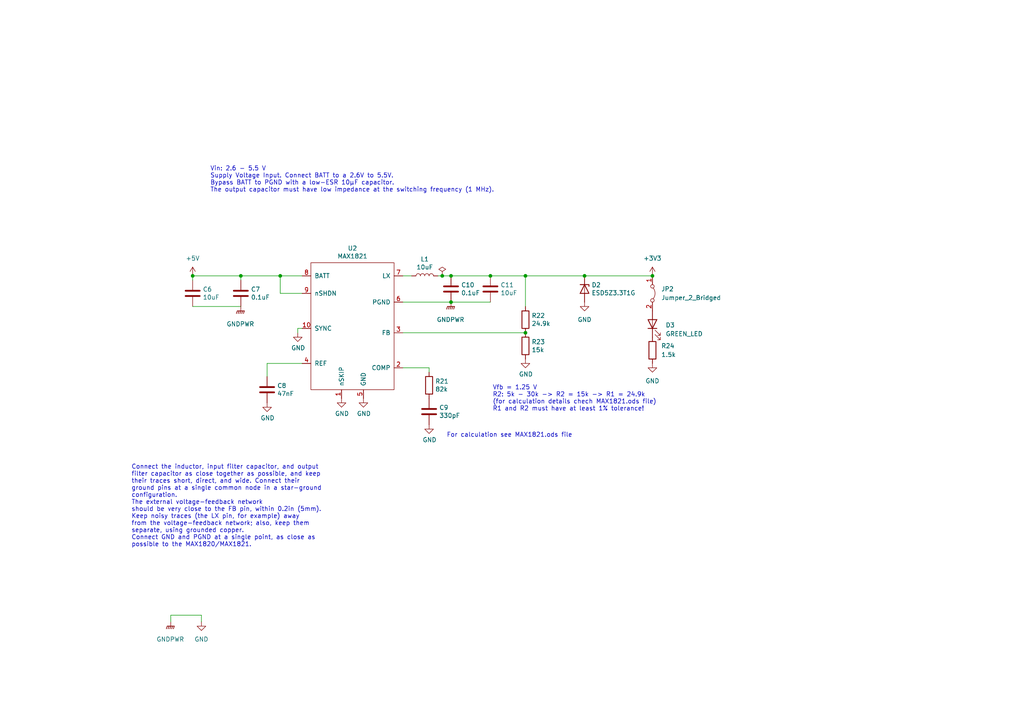
<source format=kicad_sch>
(kicad_sch (version 20211123) (generator eeschema)
  (paper "A4")
  (title_block (title "Power supply") (date "2022/01/18") (rev "v0.1") (company "Bzgec"))
  (lib_symbols
    (symbol "Device:C" (pin_numbers hide) (pin_names (offset 0.254))
      (property "Reference" "C" (at 0.635 2.54 0))
      (property "Value" "C" (at 0.635 -2.54 0))
      (symbol "C_0_1"
        (polyline (pts (xy -2.032 -0.762) (xy 2.032 -0.762)) (stroke (width 0.508)))
        (polyline (pts (xy -2.032 0.762) (xy 2.032 0.762)) (stroke (width 0.508)))
      )
      (symbol "C_1_1"
        (pin passive line (at 0 3.81 270) (length 2.794) (name "~") (number "1"))
        (pin passive line (at 0 -3.81 90) (length 2.794) (name "~") (number "2"))
      )
    )
    (symbol "Device:D_Zener" (pin_numbers hide) (pin_names (offset 1.016) hide)
      (property "Reference" "D" (at 0 2.54 0))
      (property "Value" "D_Zener" (at 0 -2.54 0))
      (symbol "D_Zener_0_1"
        (polyline (pts (xy 1.27 0) (xy -1.27 0)))
        (polyline (pts (xy -1.27 -1.27) (xy -1.27 1.27) (xy -0.762 1.27)) (stroke (width 0.254)))
        (polyline (pts (xy 1.27 -1.27) (xy 1.27 1.27) (xy -1.27 0) (xy 1.27 -1.27)) (stroke (width 0.254)))
      )
      (symbol "D_Zener_1_1"
        (pin passive line (at -3.81 0 0) (length 2.54) (name "K") (number "1"))
        (pin passive line (at 3.81 0 180) (length 2.54) (name "A") (number "2"))
      )
    )
    (symbol "Device:L" (pin_numbers hide) (pin_names (offset 1.016) hide)
      (property "Reference" "L" (at -1.27 0 90))
      (property "Value" "L" (at 1.905 0 90))
      (symbol "L_0_1"
        (arc (start 0 -2.54) (mid 0.635 -1.905) (end 0 -1.27))
        (arc (start 0 -1.27) (mid 0.635 -0.635) (end 0 0))
        (arc (start 0 0) (mid 0.635 0.635) (end 0 1.27))
        (arc (start 0 1.27) (mid 0.635 1.905) (end 0 2.54))
      )
      (symbol "L_1_1"
        (pin passive line (at 0 3.81 270) (length 1.27) (name "1") (number "1"))
        (pin passive line (at 0 -3.81 90) (length 1.27) (name "2") (number "2"))
      )
    )
    (symbol "Device:LED" (pin_numbers hide) (pin_names (offset 1.016) hide)
      (property "Reference" "D" (at 0 2.54 0))
      (property "Value" "LED" (at 0 -2.54 0))
      (symbol "LED_0_1"
        (polyline (pts (xy -1.27 -1.27) (xy -1.27 1.27)) (stroke (width 0.254)))
        (polyline (pts (xy -1.27 0) (xy 1.27 0)))
        (polyline (pts (xy 1.27 -1.27) (xy 1.27 1.27) (xy -1.27 0) (xy 1.27 -1.27)) (stroke (width 0.254)))
        (polyline (pts (xy -3.048 -0.762) (xy -4.572 -2.286) (xy -3.81 -2.286) (xy -4.572 -2.286) (xy -4.572 -1.524)))
        (polyline (pts (xy -1.778 -0.762) (xy -3.302 -2.286) (xy -2.54 -2.286) (xy -3.302 -2.286) (xy -3.302 -1.524)))
      )
      (symbol "LED_1_1"
        (pin passive line (at -3.81 0 0) (length 2.54) (name "K") (number "1"))
        (pin passive line (at 3.81 0 180) (length 2.54) (name "A") (number "2"))
      )
    )
    (symbol "Device:R" (pin_numbers hide) (pin_names (offset 0))
      (property "Reference" "R" (at 2.032 0 90))
      (property "Value" "R" (at 0 0 90))
      (symbol "R_0_1"
        (rectangle (start -1.016 -2.54) (end 1.016 2.54) (stroke (width 0.254)))
      )
      (symbol "R_1_1"
        (pin passive line (at 0 3.81 270) (length 1.27) (name "~") (number "1"))
        (pin passive line (at 0 -3.81 90) (length 1.27) (name "~") (number "2"))
      )
    )
    (symbol "Jumper:Jumper_2_Bridged" (pin_names (offset 0) hide)
      (property "Reference" "JP" (at 0 1.905 0))
      (property "Value" "Jumper_2_Bridged" (at 0 -2.54 0))
      (symbol "Jumper_2_Bridged_0_0"
        (circle (center -2.032 0) (radius 0.508))
        (circle (center 2.032 0) (radius 0.508))
      )
      (symbol "Jumper_2_Bridged_0_1"
        (arc (start 1.524 0.254) (mid 0 0.762) (end -1.524 0.254))
      )
      (symbol "Jumper_2_Bridged_1_1"
        (pin passive line (at -5.08 0 0) (length 2.54) (name "A") (number "1"))
        (pin passive line (at 5.08 0 180) (length 2.54) (name "B") (number "2"))
      )
    )
    (symbol "myLib:MAX1821" (pin_names (offset 1.016))
      (property "Reference" "U" (at -5.08 24.13 0))
      (property "Value" "MAX1821" (at -13.97 24.13 0))
      (symbol "MAX1821_0_0"
        (pin input line (at -2.54 -27.94 90) (length 2.54) (name "nSKIP") (number "1"))
        (pin input line (at -13.97 -7.62 0) (length 2.54) (name "SYNC") (number "10"))
        (pin passive line (at 15.24 -19.05 180) (length 2.54) (name "COMP") (number "2"))
        (pin input line (at 15.24 -8.89 180) (length 2.54) (name "FB") (number "3"))
        (pin passive line (at -13.97 -17.78 0) (length 2.54) (name "REF") (number "4"))
        (pin input line (at 3.81 -27.94 90) (length 2.54) (name "GND") (number "5"))
        (pin power_in line (at 15.24 0 180) (length 2.54) (name "PGND") (number "6"))
        (pin power_out line (at 15.24 7.62 180) (length 2.54) (name "LX") (number "7"))
        (pin power_in line (at -13.97 7.62 0) (length 2.54) (name "BATT") (number "8"))
        (pin input line (at -13.97 2.54 0) (length 2.54) (name "nSHDN") (number "9"))
      )
      (symbol "MAX1821_0_1"
        (rectangle (start -11.43 11.43) (end 12.7 -25.4))
      )
    )
    (symbol "power:+3.3V" (power) (pin_names (offset 0))
      (property "Value" "+3.3V" (at 0 3.556 0))
      (symbol "+3.3V_0_1"
        (polyline (pts (xy -0.762 1.27) (xy 0 2.54)))
        (polyline (pts (xy 0 0) (xy 0 2.54)))
        (polyline (pts (xy 0 2.54) (xy 0.762 1.27)))
      )
      (symbol "+3.3V_1_1"
        (pin power_in line (at 0 0 90) (length 0) hide (name "+3V3") (number "1"))
      )
    )
    (symbol "power:+5V" (power) (pin_names (offset 0))
      (property "Value" "+5V" (at 0 3.556 0))
      (symbol "+5V_0_1"
        (polyline (pts (xy -0.762 1.27) (xy 0 2.54)))
        (polyline (pts (xy 0 0) (xy 0 2.54)))
        (polyline (pts (xy 0 2.54) (xy 0.762 1.27)))
      )
      (symbol "+5V_1_1"
        (pin power_in line (at 0 0 90) (length 0) hide (name "+5V") (number "1"))
      )
    )
    (symbol "power:GND" (power) (pin_names (offset 0))
      (property "Value" "GND" (at 0 -3.81 0))
      (symbol "GND_0_1"
        (polyline (pts (xy 0 0) (xy 0 -1.27) (xy 1.27 -1.27) (xy 0 -2.54) (xy -1.27 -1.27) (xy 0 -1.27)))
      )
      (symbol "GND_1_1"
        (pin power_in line (at 0 0 270) (length 0) hide (name "GND") (number "1"))
      )
    )
    (symbol "power:GNDPWR" (power) (pin_names (offset 0))
      (property "Value" "GNDPWR" (at 0 -3.302 0))
      (symbol "GNDPWR_0_1"
        (polyline (pts (xy 0 -1.27) (xy 0 0)))
        (polyline (pts (xy -1.016 -1.27) (xy -1.27 -2.032) (xy -1.27 -2.032)) (stroke (width 0.2032)))
        (polyline (pts (xy -0.508 -1.27) (xy -0.762 -2.032) (xy -0.762 -2.032)) (stroke (width 0.2032)))
        (polyline (pts (xy 0 -1.27) (xy -0.254 -2.032) (xy -0.254 -2.032)) (stroke (width 0.2032)))
        (polyline (pts (xy 0.508 -1.27) (xy 0.254 -2.032) (xy 0.254 -2.032)) (stroke (width 0.2032)))
        (polyline (pts (xy 1.016 -1.27) (xy -1.016 -1.27) (xy -1.016 -1.27)) (stroke (width 0.2032)))
        (polyline (pts (xy 1.016 -1.27) (xy 0.762 -2.032) (xy 0.762 -2.032) (xy 0.762 -2.032)) (stroke (width 0.2032)))
      )
      (symbol "GNDPWR_1_1"
        (pin power_in line (at 0 0 270) (length 0) hide (name "GNDPWR") (number "1"))
      )
    )
    (symbol "power:PWR_FLAG" (power) (pin_numbers hide) (pin_names (offset 0) hide)
      (property "Value" "PWR_FLAG" (at 0 3.81 0))
      (symbol "PWR_FLAG_0_0"
        (pin power_out line (at 0 0 90) (length 0) (name "pwr") (number "1"))
      )
      (symbol "PWR_FLAG_0_1"
        (polyline (pts (xy 0 0) (xy 0 1.27) (xy -1.016 1.905) (xy 0 2.54) (xy 1.016 1.905) (xy 0 1.27)))
      )
    )
  )
  (junction (at 69.85 80.01))
  (junction (at 142.24 80.01))
  (junction (at 55.88 80.01))
  (junction (at 130.81 87.63))
  (junction (at 152.4 96.52))
  (junction (at 169.545 80.01))
  (junction (at 189.23 80.01))
  (junction (at 128.27 80.01))
  (junction (at 81.28 80.01))
  (junction (at 130.81 80.01))
  (junction (at 152.4 80.01))
  (wire (pts (xy 152.4 80.01) (xy 152.4 88.9)))
  (wire (pts (xy 77.47 105.41) (xy 87.63 105.41)))
  (wire (pts (xy 87.63 85.09) (xy 81.28 85.09)))
  (wire (pts (xy 169.545 80.01) (xy 189.23 80.01)))
  (wire (pts (xy 49.53 180.34) (xy 49.53 178.435)))
  (wire (pts (xy 86.36 95.25) (xy 87.63 95.25)))
  (wire (pts (xy 87.63 80.01) (xy 81.28 80.01)))
  (wire (pts (xy 58.42 178.435) (xy 58.42 180.34)))
  (wire (pts (xy 86.36 96.52) (xy 86.36 95.25)))
  (wire (pts (xy 55.88 88.9) (xy 69.85 88.9)))
  (wire (pts (xy 128.27 80.01) (xy 130.81 80.01)))
  (wire (pts (xy 130.81 80.01) (xy 142.24 80.01)))
  (wire (pts (xy 81.28 85.09) (xy 81.28 80.01)))
  (wire (pts (xy 142.24 80.01) (xy 152.4 80.01)))
  (wire (pts (xy 69.85 80.01) (xy 69.85 81.28)))
  (wire (pts (xy 142.24 87.63) (xy 130.81 87.63)))
  (wire (pts (xy 124.46 106.68) (xy 124.46 107.95)))
  (wire (pts (xy 77.47 109.22) (xy 77.47 105.41)))
  (wire (pts (xy 152.4 80.01) (xy 169.545 80.01)))
  (wire (pts (xy 119.38 80.01) (xy 116.84 80.01)))
  (wire (pts (xy 49.53 178.435) (xy 58.42 178.435)))
  (wire (pts (xy 127 80.01) (xy 128.27 80.01)))
  (wire (pts (xy 116.84 96.52) (xy 152.4 96.52)))
  (wire (pts (xy 116.84 106.68) (xy 124.46 106.68)))
  (wire (pts (xy 81.28 80.01) (xy 69.85 80.01)))
  (wire (pts (xy 55.88 80.01) (xy 69.85 80.01)))
  (wire (pts (xy 55.88 80.01) (xy 55.88 81.28)))
  (wire (pts (xy 130.81 87.63) (xy 116.84 87.63)))
  (text "Vfb = 1.25 V\nR2: 5k - 30k -> R2 = 15k -> R1 = 24.9k\n(for calculation details chech MAX1821.ods file)\nR1 and R2 must have at least 1% tolerance!" (at 142.875 119.38 0) (effects (font (size 1.27 1.27)) (justify left bottom)))
  (text "For calculation see MAX1821.ods file" (at 129.54 127 0) (effects (font (size 1.27 1.27)) (justify left bottom)))
  (text "Connect the inductor, input filter capacitor, and output\nfilter capacitor as close together as possible, and keep\ntheir traces short, direct, and wide. Connect their\nground pins at a single common node in a star-ground\nconfiguration.\nThe external voltage-feedback network\nshould be very close to the FB pin, within 0.2in (5mm).\nKeep noisy traces (the LX pin, for example) away\nfrom the voltage-feedback network; also, keep them\nseparate, using grounded copper. \nConnect GND and PGND at a single point, as close as \npossible to the MAX1820/MAX1821." (at 38.1 158.75 0) (effects (font (size 1.27 1.27)) (justify left bottom)))
  (text "Vin: 2.6 - 5.5 V\nSupply Voltage Input. Connect BATT to a 2.6V to 5.5V.\nBypass BATT to PGND with a low-ESR 10μF capacitor.\nThe output capacitor must have low impedance at the switching frequency (1 MHz)." (at 60.96 55.88 0) (effects (font (size 1.27 1.27)) (justify left bottom)))
  (symbol (lib_id "Device:C") (at 55.88 85.09 0) (unit 1)
    (property "Reference" "C6" (at 58.801 83.9216 0) (effects (justify left)))
    (property "Value" "10uF" (at 58.801 86.233 0) (effects (justify left)))
    (property "Footprint" "Capacitor_SMD:C_0603_1608Metric_Pad1.08x0.95mm_HandSolder" (effects hide))
  )
  (symbol (lib_id "myLib:MAX1821") (at 101.6 87.63 0) (unit 1)
    (property "Reference" "U2" (at 102.235 72.009 0))
    (property "Value" "MAX1821" (at 102.235 74.3204 0))
    (property "Footprint" "myLib:MAX1821EUB+" (effects hide))
    (property "Datasheet" "https://datasheets.maximintegrated.com/en/ds/MAX1820-MAX1821X.pdf" (effects hide))
  )
  (symbol (lib_id "power:GND") (at 99.06 115.57 0) (unit 1)
    (property "Reference" "#PWR023" (effects hide))
    (property "Value" "GND" (at 99.187 119.9642 0))
  )
  (symbol (lib_id "power:GND") (at 105.41 115.57 0) (unit 1)
    (property "Reference" "#PWR024" (effects hide))
    (property "Value" "GND" (at 105.537 119.9642 0))
  )
  (symbol (lib_id "Device:C") (at 77.47 113.03 0) (unit 1)
    (property "Reference" "C8" (at 80.391 111.8616 0) (effects (justify left)))
    (property "Value" "47nF" (at 80.391 114.173 0) (effects (justify left)))
    (property "Footprint" "Capacitor_SMD:C_0603_1608Metric_Pad1.08x0.95mm_HandSolder" (effects hide))
  )
  (symbol (lib_id "Device:C") (at 124.46 119.38 0) (unit 1)
    (property "Reference" "C9" (at 127.381 118.2116 0) (effects (justify left)))
    (property "Value" "330pF" (at 127.381 120.523 0) (effects (justify left)))
    (property "Footprint" "Capacitor_SMD:C_0603_1608Metric_Pad1.08x0.95mm_HandSolder" (effects hide))
  )
  (symbol (lib_id "Device:R") (at 124.46 111.76 0) (unit 1)
    (property "Reference" "R21" (at 126.238 110.5916 0) (effects (justify left)))
    (property "Value" "82k" (at 126.238 112.903 0) (effects (justify left)))
    (property "Footprint" "Resistor_SMD:R_0603_1608Metric_Pad0.98x0.95mm_HandSolder" (effects hide))
  )
  (symbol (lib_id "power:GND") (at 77.47 116.84 0) (unit 1)
    (property "Reference" "#PWR021" (effects hide))
    (property "Value" "GND" (at 77.597 121.2342 0))
  )
  (symbol (lib_id "power:GND") (at 124.46 123.19 0) (unit 1)
    (property "Reference" "#PWR025" (effects hide))
    (property "Value" "GND" (at 124.587 127.5842 0))
  )
  (symbol (lib_id "Device:C") (at 69.85 85.09 0) (unit 1)
    (property "Reference" "C7" (at 72.771 83.9216 0) (effects (justify left)))
    (property "Value" "0.1uF" (at 72.771 86.233 0) (effects (justify left)))
    (property "Footprint" "Capacitor_SMD:C_0603_1608Metric_Pad1.08x0.95mm_HandSolder" (effects hide))
  )
  (symbol (lib_id "Device:L") (at 123.19 80.01 90) (unit 1)
    (property "Reference" "L1" (at 123.19 75.184 90))
    (property "Value" "10uF" (at 123.19 77.4954 90))
    (property "Footprint" "myLib:NR6028T100M" (effects hide))
  )
  (symbol (lib_id "Device:C") (at 130.81 83.82 0) (unit 1)
    (property "Reference" "C10" (at 133.731 82.6516 0) (effects (justify left)))
    (property "Value" "0.1uF" (at 133.731 84.963 0) (effects (justify left)))
    (property "Footprint" "Capacitor_SMD:C_0603_1608Metric_Pad1.08x0.95mm_HandSolder" (effects hide))
  )
  (symbol (lib_id "Device:R") (at 152.4 92.71 0) (unit 1)
    (property "Reference" "R22" (at 154.178 91.5416 0) (effects (justify left)))
    (property "Value" "24.9k" (at 154.178 93.853 0) (effects (justify left)))
    (property "Footprint" "Resistor_SMD:R_0603_1608Metric_Pad0.98x0.95mm_HandSolder" (effects hide))
  )
  (symbol (lib_id "Device:R") (at 152.4 100.33 0) (unit 1)
    (property "Reference" "R23" (at 154.178 99.1616 0) (effects (justify left)))
    (property "Value" "15k" (at 154.178 101.473 0) (effects (justify left)))
    (property "Footprint" "Resistor_SMD:R_0603_1608Metric_Pad0.98x0.95mm_HandSolder" (effects hide))
  )
  (symbol (lib_id "power:GND") (at 152.4 104.14 0) (unit 1)
    (property "Reference" "#PWR027" (effects hide))
    (property "Value" "GND" (at 152.527 108.5342 0))
  )
  (symbol (lib_id "power:GND") (at 86.36 96.52 0) (unit 1)
    (property "Reference" "#PWR022" (effects hide))
    (property "Value" "GND" (at 86.487 100.9142 0))
  )
  (symbol (lib_id "Device:C") (at 142.24 83.82 0) (unit 1)
    (property "Reference" "C11" (at 145.161 82.6516 0) (effects (justify left)))
    (property "Value" "10uF" (at 145.161 84.963 0) (effects (justify left)))
    (property "Footprint" "Capacitor_SMD:C_0603_1608Metric_Pad1.08x0.95mm_HandSolder" (effects hide))
  )
  (symbol (lib_id "power:PWR_FLAG") (at 128.27 80.01 0) (unit 1)
    (property "Reference" "#FLG01" (effects hide))
    (property "Value" "PWR_FLAG" (effects hide))
  )
  (symbol (lib_id "power:+5V") (at 55.88 80.01 0) (unit 1)
    (property "Reference" "#PWR018" (effects hide))
    (property "Value" "+5V" (at 55.88 74.93 0))
  )
  (symbol (lib_id "Jumper:Jumper_2_Bridged") (at 189.23 85.09 270) (unit 1)
    (property "Reference" "JP2" (at 191.77 83.8199 90) (effects (justify left)))
    (property "Value" "Jumper_2_Bridged" (at 191.77 86.3599 90) (effects (justify left)))
    (property "Footprint" "Connector_PinHeader_2.54mm:PinHeader_1x02_P2.54mm_Horizontal" (effects hide))
  )
  (symbol (lib_id "Device:LED") (at 189.23 93.98 90) (unit 1)
    (property "Reference" "D3" (at 193.04 94.2974 90) (effects (justify right)))
    (property "Value" "GREEN_LED" (at 193.04 96.8374 90) (effects (justify right)))
    (property "Footprint" "Diode_SMD:D_0603_1608Metric_Pad1.05x0.95mm_HandSolder" (effects hide))
  )
  (symbol (lib_id "Device:D_Zener") (at 169.545 83.82 270) (unit 1)
    (property "Reference" "D2" (at 171.577 82.6516 90) (effects (justify left)))
    (property "Value" "ESD5Z3.3T1G" (at 171.577 84.963 90) (effects (justify left)))
    (property "Footprint" "Diode_SMD:D_SOD-523" (effects hide))
    (property "Datasheet" "https://www.onsemi.com/pdf/datasheet/esd5z2.5t1-d.pdf" (effects hide))
  )
  (symbol (lib_id "power:+3.3V") (at 189.23 80.01 0) (unit 1)
    (property "Reference" "#PWR029" (effects hide))
    (property "Value" "+3.3V" (at 189.23 74.93 0))
  )
  (symbol (lib_id "power:GNDPWR") (at 69.85 88.9 0) (unit 1)
    (property "Reference" "#PWR020" (effects hide))
    (property "Value" "GNDPWR" (at 69.723 93.98 0))
  )
  (symbol (lib_id "Device:R") (at 189.23 101.6 0) (unit 1)
    (property "Reference" "R24" (at 191.77 100.3299 0) (effects (justify left)))
    (property "Value" "1.5k" (at 191.77 102.8699 0) (effects (justify left)))
    (property "Footprint" "Resistor_SMD:R_0603_1608Metric_Pad0.98x0.95mm_HandSolder" (effects hide))
  )
  (symbol (lib_id "power:GND") (at 169.545 87.63 0) (unit 1)
    (property "Reference" "#PWR028" (effects hide))
    (property "Value" "GND" (at 169.545 92.71 0))
  )
  (symbol (lib_id "power:GND") (at 189.23 105.41 0) (unit 1)
    (property "Reference" "#PWR030" (effects hide))
    (property "Value" "GND" (at 189.23 110.49 0))
  )
  (symbol (lib_id "power:GNDPWR") (at 49.53 180.34 0) (unit 1)
    (property "Reference" "#PWR017" (effects hide))
    (property "Value" "GNDPWR" (at 49.403 185.42 0))
  )
  (symbol (lib_id "power:GND") (at 58.42 180.34 0) (unit 1)
    (property "Reference" "#PWR019" (effects hide))
    (property "Value" "GND" (at 58.42 185.42 0))
  )
  (symbol (lib_id "power:GNDPWR") (at 130.81 87.63 0) (unit 1)
    (property "Reference" "#PWR026" (effects hide))
    (property "Value" "GNDPWR" (at 130.683 92.71 0))
  )
)
</source>
